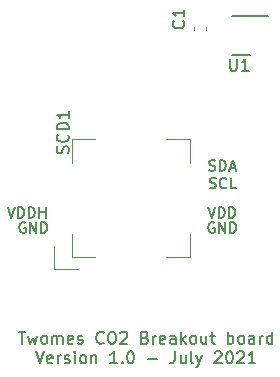
<source format=gto>
G04 #@! TF.GenerationSoftware,KiCad,Pcbnew,(5.1.7)-1*
G04 #@! TF.CreationDate,2021-11-12T18:57:48+01:00*
G04 #@! TF.ProjectId,CO2-Breakout,434f322d-4272-4656-916b-6f75742e6b69,rev?*
G04 #@! TF.SameCoordinates,Original*
G04 #@! TF.FileFunction,Legend,Top*
G04 #@! TF.FilePolarity,Positive*
%FSLAX46Y46*%
G04 Gerber Fmt 4.6, Leading zero omitted, Abs format (unit mm)*
G04 Created by KiCad (PCBNEW (5.1.7)-1) date 2021-11-12 18:57:48*
%MOMM*%
%LPD*%
G01*
G04 APERTURE LIST*
%ADD10C,0.150000*%
%ADD11C,0.120000*%
%ADD12C,0.153000*%
%ADD13R,1.700000X2.600000*%
%ADD14R,0.630000X0.450000*%
%ADD15O,2.000000X1.600000*%
%ADD16O,3.000000X2.000000*%
%ADD17R,2.000000X2.000000*%
%ADD18R,2.400000X2.400000*%
%ADD19R,0.800000X3.000000*%
%ADD20R,3.000000X0.800000*%
G04 APERTURE END LIST*
D10*
X91815476Y-114502380D02*
X92386904Y-114502380D01*
X92101190Y-115502380D02*
X92101190Y-114502380D01*
X92625000Y-114835714D02*
X92815476Y-115502380D01*
X93005952Y-115026190D01*
X93196428Y-115502380D01*
X93386904Y-114835714D01*
X93910714Y-115502380D02*
X93815476Y-115454761D01*
X93767857Y-115407142D01*
X93720238Y-115311904D01*
X93720238Y-115026190D01*
X93767857Y-114930952D01*
X93815476Y-114883333D01*
X93910714Y-114835714D01*
X94053571Y-114835714D01*
X94148809Y-114883333D01*
X94196428Y-114930952D01*
X94244047Y-115026190D01*
X94244047Y-115311904D01*
X94196428Y-115407142D01*
X94148809Y-115454761D01*
X94053571Y-115502380D01*
X93910714Y-115502380D01*
X94672619Y-115502380D02*
X94672619Y-114835714D01*
X94672619Y-114930952D02*
X94720238Y-114883333D01*
X94815476Y-114835714D01*
X94958333Y-114835714D01*
X95053571Y-114883333D01*
X95101190Y-114978571D01*
X95101190Y-115502380D01*
X95101190Y-114978571D02*
X95148809Y-114883333D01*
X95244047Y-114835714D01*
X95386904Y-114835714D01*
X95482142Y-114883333D01*
X95529761Y-114978571D01*
X95529761Y-115502380D01*
X96386904Y-115454761D02*
X96291666Y-115502380D01*
X96101190Y-115502380D01*
X96005952Y-115454761D01*
X95958333Y-115359523D01*
X95958333Y-114978571D01*
X96005952Y-114883333D01*
X96101190Y-114835714D01*
X96291666Y-114835714D01*
X96386904Y-114883333D01*
X96434523Y-114978571D01*
X96434523Y-115073809D01*
X95958333Y-115169047D01*
X96815476Y-115454761D02*
X96910714Y-115502380D01*
X97101190Y-115502380D01*
X97196428Y-115454761D01*
X97244047Y-115359523D01*
X97244047Y-115311904D01*
X97196428Y-115216666D01*
X97101190Y-115169047D01*
X96958333Y-115169047D01*
X96863095Y-115121428D01*
X96815476Y-115026190D01*
X96815476Y-114978571D01*
X96863095Y-114883333D01*
X96958333Y-114835714D01*
X97101190Y-114835714D01*
X97196428Y-114883333D01*
X99005952Y-115407142D02*
X98958333Y-115454761D01*
X98815476Y-115502380D01*
X98720238Y-115502380D01*
X98577380Y-115454761D01*
X98482142Y-115359523D01*
X98434523Y-115264285D01*
X98386904Y-115073809D01*
X98386904Y-114930952D01*
X98434523Y-114740476D01*
X98482142Y-114645238D01*
X98577380Y-114550000D01*
X98720238Y-114502380D01*
X98815476Y-114502380D01*
X98958333Y-114550000D01*
X99005952Y-114597619D01*
X99625000Y-114502380D02*
X99815476Y-114502380D01*
X99910714Y-114550000D01*
X100005952Y-114645238D01*
X100053571Y-114835714D01*
X100053571Y-115169047D01*
X100005952Y-115359523D01*
X99910714Y-115454761D01*
X99815476Y-115502380D01*
X99625000Y-115502380D01*
X99529761Y-115454761D01*
X99434523Y-115359523D01*
X99386904Y-115169047D01*
X99386904Y-114835714D01*
X99434523Y-114645238D01*
X99529761Y-114550000D01*
X99625000Y-114502380D01*
X100434523Y-114597619D02*
X100482142Y-114550000D01*
X100577380Y-114502380D01*
X100815476Y-114502380D01*
X100910714Y-114550000D01*
X100958333Y-114597619D01*
X101005952Y-114692857D01*
X101005952Y-114788095D01*
X100958333Y-114930952D01*
X100386904Y-115502380D01*
X101005952Y-115502380D01*
X102529761Y-114978571D02*
X102672619Y-115026190D01*
X102720238Y-115073809D01*
X102767857Y-115169047D01*
X102767857Y-115311904D01*
X102720238Y-115407142D01*
X102672619Y-115454761D01*
X102577380Y-115502380D01*
X102196428Y-115502380D01*
X102196428Y-114502380D01*
X102529761Y-114502380D01*
X102624999Y-114550000D01*
X102672619Y-114597619D01*
X102720238Y-114692857D01*
X102720238Y-114788095D01*
X102672619Y-114883333D01*
X102624999Y-114930952D01*
X102529761Y-114978571D01*
X102196428Y-114978571D01*
X103196428Y-115502380D02*
X103196428Y-114835714D01*
X103196428Y-115026190D02*
X103244047Y-114930952D01*
X103291666Y-114883333D01*
X103386904Y-114835714D01*
X103482142Y-114835714D01*
X104196428Y-115454761D02*
X104101190Y-115502380D01*
X103910714Y-115502380D01*
X103815476Y-115454761D01*
X103767857Y-115359523D01*
X103767857Y-114978571D01*
X103815476Y-114883333D01*
X103910714Y-114835714D01*
X104101190Y-114835714D01*
X104196428Y-114883333D01*
X104244047Y-114978571D01*
X104244047Y-115073809D01*
X103767857Y-115169047D01*
X105101190Y-115502380D02*
X105101190Y-114978571D01*
X105053571Y-114883333D01*
X104958333Y-114835714D01*
X104767857Y-114835714D01*
X104672619Y-114883333D01*
X105101190Y-115454761D02*
X105005952Y-115502380D01*
X104767857Y-115502380D01*
X104672619Y-115454761D01*
X104624999Y-115359523D01*
X104624999Y-115264285D01*
X104672619Y-115169047D01*
X104767857Y-115121428D01*
X105005952Y-115121428D01*
X105101190Y-115073809D01*
X105577380Y-115502380D02*
X105577380Y-114502380D01*
X105672619Y-115121428D02*
X105958333Y-115502380D01*
X105958333Y-114835714D02*
X105577380Y-115216666D01*
X106529761Y-115502380D02*
X106434523Y-115454761D01*
X106386904Y-115407142D01*
X106339285Y-115311904D01*
X106339285Y-115026190D01*
X106386904Y-114930952D01*
X106434523Y-114883333D01*
X106529761Y-114835714D01*
X106672619Y-114835714D01*
X106767857Y-114883333D01*
X106815476Y-114930952D01*
X106863095Y-115026190D01*
X106863095Y-115311904D01*
X106815476Y-115407142D01*
X106767857Y-115454761D01*
X106672619Y-115502380D01*
X106529761Y-115502380D01*
X107720238Y-114835714D02*
X107720238Y-115502380D01*
X107291666Y-114835714D02*
X107291666Y-115359523D01*
X107339285Y-115454761D01*
X107434523Y-115502380D01*
X107577380Y-115502380D01*
X107672619Y-115454761D01*
X107720238Y-115407142D01*
X108053571Y-114835714D02*
X108434523Y-114835714D01*
X108196428Y-114502380D02*
X108196428Y-115359523D01*
X108244047Y-115454761D01*
X108339285Y-115502380D01*
X108434523Y-115502380D01*
X109529761Y-115502380D02*
X109529761Y-114502380D01*
X109529761Y-114883333D02*
X109624999Y-114835714D01*
X109815476Y-114835714D01*
X109910714Y-114883333D01*
X109958333Y-114930952D01*
X110005952Y-115026190D01*
X110005952Y-115311904D01*
X109958333Y-115407142D01*
X109910714Y-115454761D01*
X109815476Y-115502380D01*
X109624999Y-115502380D01*
X109529761Y-115454761D01*
X110577380Y-115502380D02*
X110482142Y-115454761D01*
X110434523Y-115407142D01*
X110386904Y-115311904D01*
X110386904Y-115026190D01*
X110434523Y-114930952D01*
X110482142Y-114883333D01*
X110577380Y-114835714D01*
X110720238Y-114835714D01*
X110815476Y-114883333D01*
X110863095Y-114930952D01*
X110910714Y-115026190D01*
X110910714Y-115311904D01*
X110863095Y-115407142D01*
X110815476Y-115454761D01*
X110720238Y-115502380D01*
X110577380Y-115502380D01*
X111767857Y-115502380D02*
X111767857Y-114978571D01*
X111720238Y-114883333D01*
X111624999Y-114835714D01*
X111434523Y-114835714D01*
X111339285Y-114883333D01*
X111767857Y-115454761D02*
X111672619Y-115502380D01*
X111434523Y-115502380D01*
X111339285Y-115454761D01*
X111291666Y-115359523D01*
X111291666Y-115264285D01*
X111339285Y-115169047D01*
X111434523Y-115121428D01*
X111672619Y-115121428D01*
X111767857Y-115073809D01*
X112244047Y-115502380D02*
X112244047Y-114835714D01*
X112244047Y-115026190D02*
X112291666Y-114930952D01*
X112339285Y-114883333D01*
X112434523Y-114835714D01*
X112529761Y-114835714D01*
X113291666Y-115502380D02*
X113291666Y-114502380D01*
X113291666Y-115454761D02*
X113196428Y-115502380D01*
X113005952Y-115502380D01*
X112910714Y-115454761D01*
X112863095Y-115407142D01*
X112815476Y-115311904D01*
X112815476Y-115026190D01*
X112863095Y-114930952D01*
X112910714Y-114883333D01*
X113005952Y-114835714D01*
X113196428Y-114835714D01*
X113291666Y-114883333D01*
X93291666Y-116152380D02*
X93625000Y-117152380D01*
X93958333Y-116152380D01*
X94672619Y-117104761D02*
X94577380Y-117152380D01*
X94386904Y-117152380D01*
X94291666Y-117104761D01*
X94244047Y-117009523D01*
X94244047Y-116628571D01*
X94291666Y-116533333D01*
X94386904Y-116485714D01*
X94577380Y-116485714D01*
X94672619Y-116533333D01*
X94720238Y-116628571D01*
X94720238Y-116723809D01*
X94244047Y-116819047D01*
X95148809Y-117152380D02*
X95148809Y-116485714D01*
X95148809Y-116676190D02*
X95196428Y-116580952D01*
X95244047Y-116533333D01*
X95339285Y-116485714D01*
X95434523Y-116485714D01*
X95720238Y-117104761D02*
X95815476Y-117152380D01*
X96005952Y-117152380D01*
X96101190Y-117104761D01*
X96148809Y-117009523D01*
X96148809Y-116961904D01*
X96101190Y-116866666D01*
X96005952Y-116819047D01*
X95863095Y-116819047D01*
X95767857Y-116771428D01*
X95720238Y-116676190D01*
X95720238Y-116628571D01*
X95767857Y-116533333D01*
X95863095Y-116485714D01*
X96005952Y-116485714D01*
X96101190Y-116533333D01*
X96577380Y-117152380D02*
X96577380Y-116485714D01*
X96577380Y-116152380D02*
X96529761Y-116200000D01*
X96577380Y-116247619D01*
X96625000Y-116200000D01*
X96577380Y-116152380D01*
X96577380Y-116247619D01*
X97196428Y-117152380D02*
X97101190Y-117104761D01*
X97053571Y-117057142D01*
X97005952Y-116961904D01*
X97005952Y-116676190D01*
X97053571Y-116580952D01*
X97101190Y-116533333D01*
X97196428Y-116485714D01*
X97339285Y-116485714D01*
X97434523Y-116533333D01*
X97482142Y-116580952D01*
X97529761Y-116676190D01*
X97529761Y-116961904D01*
X97482142Y-117057142D01*
X97434523Y-117104761D01*
X97339285Y-117152380D01*
X97196428Y-117152380D01*
X97958333Y-116485714D02*
X97958333Y-117152380D01*
X97958333Y-116580952D02*
X98005952Y-116533333D01*
X98101190Y-116485714D01*
X98244047Y-116485714D01*
X98339285Y-116533333D01*
X98386904Y-116628571D01*
X98386904Y-117152380D01*
X100148809Y-117152380D02*
X99577380Y-117152380D01*
X99863095Y-117152380D02*
X99863095Y-116152380D01*
X99767857Y-116295238D01*
X99672619Y-116390476D01*
X99577380Y-116438095D01*
X100577380Y-117057142D02*
X100625000Y-117104761D01*
X100577380Y-117152380D01*
X100529761Y-117104761D01*
X100577380Y-117057142D01*
X100577380Y-117152380D01*
X101244047Y-116152380D02*
X101339285Y-116152380D01*
X101434523Y-116200000D01*
X101482142Y-116247619D01*
X101529761Y-116342857D01*
X101577380Y-116533333D01*
X101577380Y-116771428D01*
X101529761Y-116961904D01*
X101482142Y-117057142D01*
X101434523Y-117104761D01*
X101339285Y-117152380D01*
X101244047Y-117152380D01*
X101148809Y-117104761D01*
X101101190Y-117057142D01*
X101053571Y-116961904D01*
X101005952Y-116771428D01*
X101005952Y-116533333D01*
X101053571Y-116342857D01*
X101101190Y-116247619D01*
X101148809Y-116200000D01*
X101244047Y-116152380D01*
X102767857Y-116771428D02*
X103529761Y-116771428D01*
X105053571Y-116152380D02*
X105053571Y-116866666D01*
X105005952Y-117009523D01*
X104910714Y-117104761D01*
X104767857Y-117152380D01*
X104672619Y-117152380D01*
X105958333Y-116485714D02*
X105958333Y-117152380D01*
X105529761Y-116485714D02*
X105529761Y-117009523D01*
X105577380Y-117104761D01*
X105672619Y-117152380D01*
X105815476Y-117152380D01*
X105910714Y-117104761D01*
X105958333Y-117057142D01*
X106577380Y-117152380D02*
X106482142Y-117104761D01*
X106434523Y-117009523D01*
X106434523Y-116152380D01*
X106863095Y-116485714D02*
X107101190Y-117152380D01*
X107339285Y-116485714D02*
X107101190Y-117152380D01*
X107005952Y-117390476D01*
X106958333Y-117438095D01*
X106863095Y-117485714D01*
X108434523Y-116247619D02*
X108482142Y-116200000D01*
X108577380Y-116152380D01*
X108815476Y-116152380D01*
X108910714Y-116200000D01*
X108958333Y-116247619D01*
X109005952Y-116342857D01*
X109005952Y-116438095D01*
X108958333Y-116580952D01*
X108386904Y-117152380D01*
X109005952Y-117152380D01*
X109625000Y-116152380D02*
X109720238Y-116152380D01*
X109815476Y-116200000D01*
X109863095Y-116247619D01*
X109910714Y-116342857D01*
X109958333Y-116533333D01*
X109958333Y-116771428D01*
X109910714Y-116961904D01*
X109863095Y-117057142D01*
X109815476Y-117104761D01*
X109720238Y-117152380D01*
X109625000Y-117152380D01*
X109529761Y-117104761D01*
X109482142Y-117057142D01*
X109434523Y-116961904D01*
X109386904Y-116771428D01*
X109386904Y-116533333D01*
X109434523Y-116342857D01*
X109482142Y-116247619D01*
X109529761Y-116200000D01*
X109625000Y-116152380D01*
X110339285Y-116247619D02*
X110386904Y-116200000D01*
X110482142Y-116152380D01*
X110720238Y-116152380D01*
X110815476Y-116200000D01*
X110863095Y-116247619D01*
X110910714Y-116342857D01*
X110910714Y-116438095D01*
X110863095Y-116580952D01*
X110291666Y-117152380D01*
X110910714Y-117152380D01*
X111863095Y-117152380D02*
X111291666Y-117152380D01*
X111577380Y-117152380D02*
X111577380Y-116152380D01*
X111482142Y-116295238D01*
X111386904Y-116390476D01*
X111291666Y-116438095D01*
D11*
G04 #@! TO.C,C1*
X107710000Y-88946267D02*
X107710000Y-88653733D01*
X106690000Y-88946267D02*
X106690000Y-88653733D01*
D10*
G04 #@! TO.C,U1*
X112900000Y-87750000D02*
X109900000Y-87750000D01*
X111400000Y-91050000D02*
X109900000Y-91050000D01*
D11*
G04 #@! TO.C,SCD1*
X94800000Y-109200000D02*
X96800000Y-109200000D01*
X94800000Y-107200000D02*
X94800000Y-109200000D01*
X106300000Y-108200000D02*
X104300000Y-108200000D01*
X96300000Y-108200000D02*
X98300000Y-108200000D01*
X96300000Y-98200000D02*
X98300000Y-98200000D01*
X106300000Y-98200000D02*
X104300000Y-98200000D01*
X106300000Y-98200000D02*
X106300000Y-100200000D01*
X106300000Y-108200000D02*
X106300000Y-106200000D01*
X96300000Y-98200000D02*
X96300000Y-100200000D01*
X96300000Y-108200000D02*
X96300000Y-106200000D01*
G04 #@! TO.C,C1*
D10*
X105757142Y-88166666D02*
X105804761Y-88214285D01*
X105852380Y-88357142D01*
X105852380Y-88452380D01*
X105804761Y-88595238D01*
X105709523Y-88690476D01*
X105614285Y-88738095D01*
X105423809Y-88785714D01*
X105280952Y-88785714D01*
X105090476Y-88738095D01*
X104995238Y-88690476D01*
X104900000Y-88595238D01*
X104852380Y-88452380D01*
X104852380Y-88357142D01*
X104900000Y-88214285D01*
X104947619Y-88166666D01*
X105852380Y-87214285D02*
X105852380Y-87785714D01*
X105852380Y-87500000D02*
X104852380Y-87500000D01*
X104995238Y-87595238D01*
X105090476Y-87690476D01*
X105138095Y-87785714D01*
G04 #@! TO.C,U1*
X109713095Y-91377380D02*
X109713095Y-92186904D01*
X109760714Y-92282142D01*
X109808333Y-92329761D01*
X109903571Y-92377380D01*
X110094047Y-92377380D01*
X110189285Y-92329761D01*
X110236904Y-92282142D01*
X110284523Y-92186904D01*
X110284523Y-91377380D01*
X111284523Y-92377380D02*
X110713095Y-92377380D01*
X110998809Y-92377380D02*
X110998809Y-91377380D01*
X110903571Y-91520238D01*
X110808333Y-91615476D01*
X110713095Y-91663095D01*
G04 #@! TO.C,SCD1*
X96004761Y-99361904D02*
X96052380Y-99219047D01*
X96052380Y-98980952D01*
X96004761Y-98885714D01*
X95957142Y-98838095D01*
X95861904Y-98790476D01*
X95766666Y-98790476D01*
X95671428Y-98838095D01*
X95623809Y-98885714D01*
X95576190Y-98980952D01*
X95528571Y-99171428D01*
X95480952Y-99266666D01*
X95433333Y-99314285D01*
X95338095Y-99361904D01*
X95242857Y-99361904D01*
X95147619Y-99314285D01*
X95100000Y-99266666D01*
X95052380Y-99171428D01*
X95052380Y-98933333D01*
X95100000Y-98790476D01*
X95957142Y-97790476D02*
X96004761Y-97838095D01*
X96052380Y-97980952D01*
X96052380Y-98076190D01*
X96004761Y-98219047D01*
X95909523Y-98314285D01*
X95814285Y-98361904D01*
X95623809Y-98409523D01*
X95480952Y-98409523D01*
X95290476Y-98361904D01*
X95195238Y-98314285D01*
X95100000Y-98219047D01*
X95052380Y-98076190D01*
X95052380Y-97980952D01*
X95100000Y-97838095D01*
X95147619Y-97790476D01*
X96052380Y-97361904D02*
X95052380Y-97361904D01*
X95052380Y-97123809D01*
X95100000Y-96980952D01*
X95195238Y-96885714D01*
X95290476Y-96838095D01*
X95480952Y-96790476D01*
X95623809Y-96790476D01*
X95814285Y-96838095D01*
X95909523Y-96885714D01*
X96004761Y-96980952D01*
X96052380Y-97123809D01*
X96052380Y-97361904D01*
X96052380Y-95838095D02*
X96052380Y-96409523D01*
X96052380Y-96123809D02*
X95052380Y-96123809D01*
X95195238Y-96219047D01*
X95290476Y-96314285D01*
X95338095Y-96409523D01*
D12*
X90878571Y-103957142D02*
X91178571Y-104857142D01*
X91478571Y-103957142D01*
X91778571Y-104857142D02*
X91778571Y-103957142D01*
X91992857Y-103957142D01*
X92121428Y-104000000D01*
X92207142Y-104085714D01*
X92250000Y-104171428D01*
X92292857Y-104342857D01*
X92292857Y-104471428D01*
X92250000Y-104642857D01*
X92207142Y-104728571D01*
X92121428Y-104814285D01*
X91992857Y-104857142D01*
X91778571Y-104857142D01*
X92678571Y-104857142D02*
X92678571Y-103957142D01*
X92892857Y-103957142D01*
X93021428Y-104000000D01*
X93107142Y-104085714D01*
X93150000Y-104171428D01*
X93192857Y-104342857D01*
X93192857Y-104471428D01*
X93150000Y-104642857D01*
X93107142Y-104728571D01*
X93021428Y-104814285D01*
X92892857Y-104857142D01*
X92678571Y-104857142D01*
X93578571Y-104857142D02*
X93578571Y-103957142D01*
X93578571Y-104385714D02*
X94092857Y-104385714D01*
X94092857Y-104857142D02*
X94092857Y-103957142D01*
X92364285Y-105250000D02*
X92278571Y-105207142D01*
X92150000Y-105207142D01*
X92021428Y-105250000D01*
X91935714Y-105335714D01*
X91892857Y-105421428D01*
X91850000Y-105592857D01*
X91850000Y-105721428D01*
X91892857Y-105892857D01*
X91935714Y-105978571D01*
X92021428Y-106064285D01*
X92150000Y-106107142D01*
X92235714Y-106107142D01*
X92364285Y-106064285D01*
X92407142Y-106021428D01*
X92407142Y-105721428D01*
X92235714Y-105721428D01*
X92792857Y-106107142D02*
X92792857Y-105207142D01*
X93307142Y-106107142D01*
X93307142Y-105207142D01*
X93735714Y-106107142D02*
X93735714Y-105207142D01*
X93950000Y-105207142D01*
X94078571Y-105250000D01*
X94164285Y-105335714D01*
X94207142Y-105421428D01*
X94250000Y-105592857D01*
X94250000Y-105721428D01*
X94207142Y-105892857D01*
X94164285Y-105978571D01*
X94078571Y-106064285D01*
X93950000Y-106107142D01*
X93735714Y-106107142D01*
X107957142Y-100814285D02*
X108085714Y-100857142D01*
X108300000Y-100857142D01*
X108385714Y-100814285D01*
X108428571Y-100771428D01*
X108471428Y-100685714D01*
X108471428Y-100600000D01*
X108428571Y-100514285D01*
X108385714Y-100471428D01*
X108300000Y-100428571D01*
X108128571Y-100385714D01*
X108042857Y-100342857D01*
X108000000Y-100300000D01*
X107957142Y-100214285D01*
X107957142Y-100128571D01*
X108000000Y-100042857D01*
X108042857Y-100000000D01*
X108128571Y-99957142D01*
X108342857Y-99957142D01*
X108471428Y-100000000D01*
X108857142Y-100857142D02*
X108857142Y-99957142D01*
X109071428Y-99957142D01*
X109200000Y-100000000D01*
X109285714Y-100085714D01*
X109328571Y-100171428D01*
X109371428Y-100342857D01*
X109371428Y-100471428D01*
X109328571Y-100642857D01*
X109285714Y-100728571D01*
X109200000Y-100814285D01*
X109071428Y-100857142D01*
X108857142Y-100857142D01*
X109714285Y-100600000D02*
X110142857Y-100600000D01*
X109628571Y-100857142D02*
X109928571Y-99957142D01*
X110228571Y-100857142D01*
X107978571Y-102314285D02*
X108107142Y-102357142D01*
X108321428Y-102357142D01*
X108407142Y-102314285D01*
X108450000Y-102271428D01*
X108492857Y-102185714D01*
X108492857Y-102100000D01*
X108450000Y-102014285D01*
X108407142Y-101971428D01*
X108321428Y-101928571D01*
X108150000Y-101885714D01*
X108064285Y-101842857D01*
X108021428Y-101800000D01*
X107978571Y-101714285D01*
X107978571Y-101628571D01*
X108021428Y-101542857D01*
X108064285Y-101500000D01*
X108150000Y-101457142D01*
X108364285Y-101457142D01*
X108492857Y-101500000D01*
X109392857Y-102271428D02*
X109350000Y-102314285D01*
X109221428Y-102357142D01*
X109135714Y-102357142D01*
X109007142Y-102314285D01*
X108921428Y-102228571D01*
X108878571Y-102142857D01*
X108835714Y-101971428D01*
X108835714Y-101842857D01*
X108878571Y-101671428D01*
X108921428Y-101585714D01*
X109007142Y-101500000D01*
X109135714Y-101457142D01*
X109221428Y-101457142D01*
X109350000Y-101500000D01*
X109392857Y-101542857D01*
X110207142Y-102357142D02*
X109778571Y-102357142D01*
X109778571Y-101457142D01*
X107850000Y-103957142D02*
X108150000Y-104857142D01*
X108450000Y-103957142D01*
X108750000Y-104857142D02*
X108750000Y-103957142D01*
X108964285Y-103957142D01*
X109092857Y-104000000D01*
X109178571Y-104085714D01*
X109221428Y-104171428D01*
X109264285Y-104342857D01*
X109264285Y-104471428D01*
X109221428Y-104642857D01*
X109178571Y-104728571D01*
X109092857Y-104814285D01*
X108964285Y-104857142D01*
X108750000Y-104857142D01*
X109650000Y-104857142D02*
X109650000Y-103957142D01*
X109864285Y-103957142D01*
X109992857Y-104000000D01*
X110078571Y-104085714D01*
X110121428Y-104171428D01*
X110164285Y-104342857D01*
X110164285Y-104471428D01*
X110121428Y-104642857D01*
X110078571Y-104728571D01*
X109992857Y-104814285D01*
X109864285Y-104857142D01*
X109650000Y-104857142D01*
X108364285Y-105250000D02*
X108278571Y-105207142D01*
X108150000Y-105207142D01*
X108021428Y-105250000D01*
X107935714Y-105335714D01*
X107892857Y-105421428D01*
X107850000Y-105592857D01*
X107850000Y-105721428D01*
X107892857Y-105892857D01*
X107935714Y-105978571D01*
X108021428Y-106064285D01*
X108150000Y-106107142D01*
X108235714Y-106107142D01*
X108364285Y-106064285D01*
X108407142Y-106021428D01*
X108407142Y-105721428D01*
X108235714Y-105721428D01*
X108792857Y-106107142D02*
X108792857Y-105207142D01*
X109307142Y-106107142D01*
X109307142Y-105207142D01*
X109735714Y-106107142D02*
X109735714Y-105207142D01*
X109950000Y-105207142D01*
X110078571Y-105250000D01*
X110164285Y-105335714D01*
X110207142Y-105421428D01*
X110250000Y-105592857D01*
X110250000Y-105721428D01*
X110207142Y-105892857D01*
X110164285Y-105978571D01*
X110078571Y-106064285D01*
X109950000Y-106107142D01*
X109735714Y-106107142D01*
G04 #@! TD*
%LPC*%
G04 #@! TO.C,C1*
G36*
G01*
X107437500Y-88475000D02*
X106962500Y-88475000D01*
G75*
G02*
X106725000Y-88237500I0J237500D01*
G01*
X106725000Y-87637500D01*
G75*
G02*
X106962500Y-87400000I237500J0D01*
G01*
X107437500Y-87400000D01*
G75*
G02*
X107675000Y-87637500I0J-237500D01*
G01*
X107675000Y-88237500D01*
G75*
G02*
X107437500Y-88475000I-237500J0D01*
G01*
G37*
G36*
G01*
X107437500Y-90200000D02*
X106962500Y-90200000D01*
G75*
G02*
X106725000Y-89962500I0J237500D01*
G01*
X106725000Y-89362500D01*
G75*
G02*
X106962500Y-89125000I237500J0D01*
G01*
X107437500Y-89125000D01*
G75*
G02*
X107675000Y-89362500I0J-237500D01*
G01*
X107675000Y-89962500D01*
G75*
G02*
X107437500Y-90200000I-237500J0D01*
G01*
G37*
G04 #@! TD*
D13*
G04 #@! TO.C,U1*
X111400000Y-89400000D03*
D14*
X110060000Y-90350000D03*
X110060000Y-89400000D03*
X110060000Y-88450000D03*
X112740000Y-88450000D03*
X112740000Y-89400000D03*
X112740000Y-90350000D03*
G04 #@! TD*
D15*
G04 #@! TO.C,U2*
X112355001Y-94875000D03*
X112355001Y-97415000D03*
D16*
X112355001Y-99955000D03*
X112355001Y-102495000D03*
D15*
X112355001Y-105035000D03*
X112355001Y-107575000D03*
D16*
X112355001Y-110115000D03*
D15*
X112355001Y-112655000D03*
D16*
X89495001Y-112655000D03*
D15*
X89495001Y-110115000D03*
X89495001Y-107575000D03*
X89495001Y-105035000D03*
X89495001Y-102495000D03*
X89495001Y-99955000D03*
D17*
X89495001Y-94875000D03*
D15*
X89495001Y-97415000D03*
G04 #@! TD*
D18*
G04 #@! TO.C,SCD1*
X102650000Y-104550000D03*
X102650000Y-101850000D03*
X99950000Y-101850000D03*
D19*
X98800000Y-107900000D03*
X100050000Y-107900000D03*
X101300000Y-107900000D03*
X102550000Y-107900000D03*
X103800000Y-107900000D03*
X103800000Y-98500000D03*
D20*
X96600000Y-100700000D03*
X106000000Y-105700000D03*
X106000000Y-104450000D03*
X106000000Y-103200000D03*
X106000000Y-101950000D03*
X106000000Y-100700000D03*
D19*
X102550000Y-98500000D03*
X101300000Y-98500000D03*
X100050000Y-98500000D03*
X98800000Y-98500000D03*
D20*
X96600000Y-101950000D03*
X96600000Y-103200000D03*
X96600000Y-104450000D03*
X96600000Y-105700000D03*
D18*
X99950000Y-104550000D03*
G04 #@! TD*
M02*

</source>
